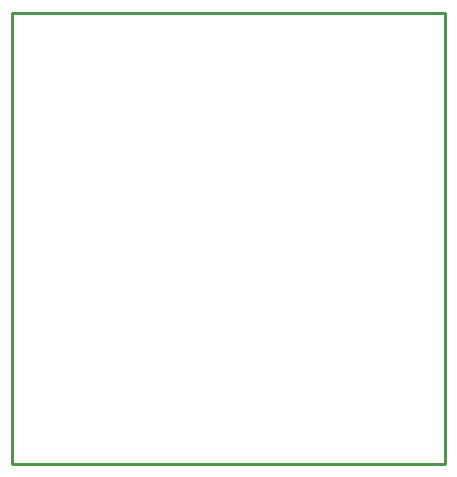
<source format=gko>
G04 Layer: BoardOutline*
G04 EasyEDA v6.4.19.5, 2021-05-28T13:43:00+08:00*
G04 7cfbce2159fd45c6b0b03f1904d68946,ce7df3decd3943efa2da757d0dc3e78d,10*
G04 Gerber Generator version 0.2*
G04 Scale: 100 percent, Rotated: No, Reflected: No *
G04 Dimensions in millimeters *
G04 leading zeros omitted , absolute positions ,4 integer and 5 decimal *
%FSLAX45Y45*%
%MOMM*%

%ADD10C,0.2540*%
D10*
X650199Y6311900D02*
G01*
X4310301Y6311900D01*
X4310301Y2489200D01*
X650199Y2489200D01*
X650199Y6311900D01*

%LPD*%
M02*

</source>
